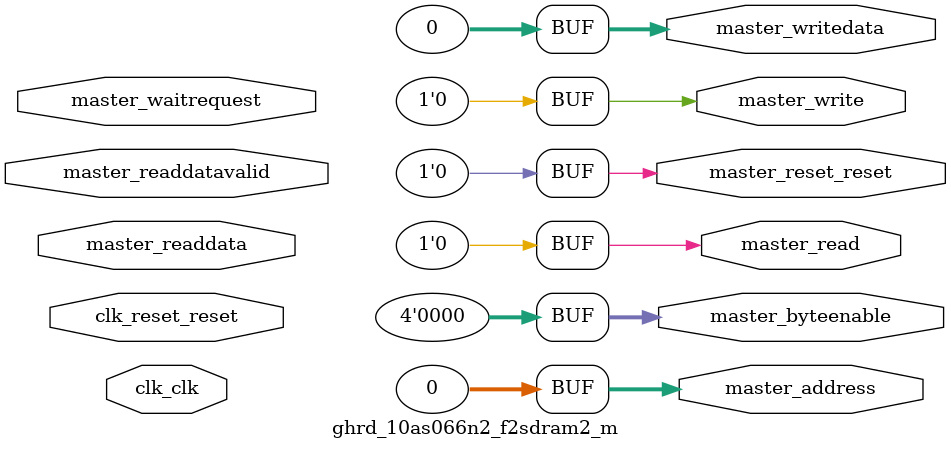
<source format=v>
module ghrd_10as066n2_f2sdram2_m(	// file.cleaned.mlir:2:3
  input         clk_clk,	// file.cleaned.mlir:2:43
                clk_reset_reset,	// file.cleaned.mlir:2:61
  input  [31:0] master_readdata,	// file.cleaned.mlir:2:87
  input         master_waitrequest,	// file.cleaned.mlir:2:114
                master_readdatavalid,	// file.cleaned.mlir:2:143
  output [31:0] master_address,	// file.cleaned.mlir:2:175
  output        master_read,	// file.cleaned.mlir:2:201
                master_write,	// file.cleaned.mlir:2:223
  output [31:0] master_writedata,	// file.cleaned.mlir:2:246
  output [3:0]  master_byteenable,	// file.cleaned.mlir:2:274
  output        master_reset_reset	// file.cleaned.mlir:2:302
);

  assign master_address = 32'h0;	// file.cleaned.mlir:3:15, :6:5
  assign master_read = 1'h0;	// file.cleaned.mlir:4:14, :6:5
  assign master_write = 1'h0;	// file.cleaned.mlir:4:14, :6:5
  assign master_writedata = 32'h0;	// file.cleaned.mlir:3:15, :6:5
  assign master_byteenable = 4'h0;	// file.cleaned.mlir:5:14, :6:5
  assign master_reset_reset = 1'h0;	// file.cleaned.mlir:4:14, :6:5
endmodule


</source>
